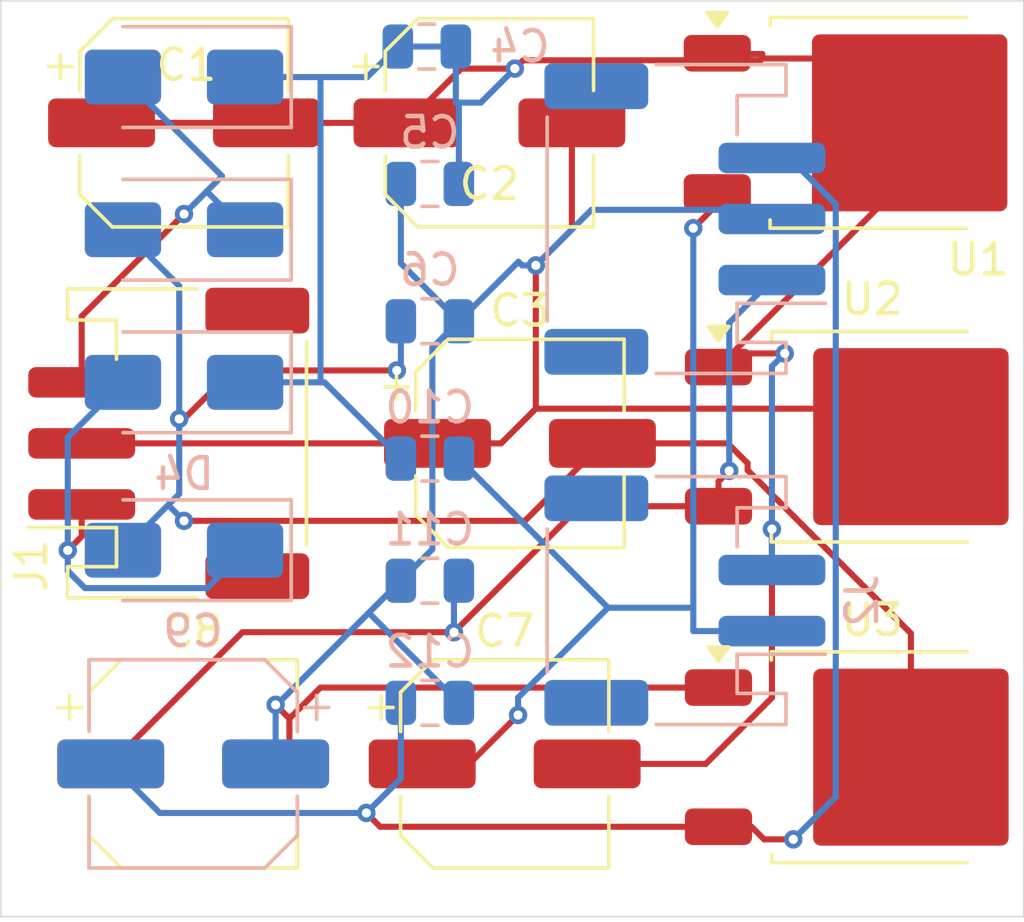
<source format=kicad_pcb>
(kicad_pcb (version 20241229) (generator "pcbnew") (generator_version "9.0")
  (layers (0 "F.Cu" signal) (2 "B.Cu" signal) (13 "F.Paste" user) (15 "B.Paste" user) (5 "F.SilkS" user "F.Silkscreen") (7 "B.SilkS" user "B.Silkscreen") (1 "F.Mask" user) (3 "B.Mask" user) (25 "Edge.Cuts" user))
  (net 0 "")
  (net 1 "Net-(D1-K)")
  (net 2 "Net-(J1-Pin_2)")
  (net 3 "Net-(D2-A)")
  (net 4 "Net-(J2-Pin_1)")
  (net 5 "Net-(J3-Pin_1)")
  (net 6 "Net-(J3-Pin_3)")
  (net 7 "Net-(D1-A)")
  (net 8 "Net-(D3-A)")
  (footprint "Package_TO_SOT_SMD:TO-252-2" (layer "F.Cu") (at 41 16.5)
    (property "Reference" "U1" (at 3.5 4.475 0) (layer "F.SilkS"))
    (property "Value" "L7805")
    (fp_line (start -3.31 -3.45) (end -3.31 -3.18) (stroke (width 0.12)) (layer "F.SilkS"))
    (fp_line (start -3.31 3.45) (end -3.31 3.18) (stroke (width 0.12)) (layer "F.SilkS"))
    (fp_line (start 3.11 -3.45) (end -3.31 -3.45) (stroke (width 0.12)) (layer "F.SilkS"))
    (fp_line (start 3.11 3.45) (end -3.31 3.45) (stroke (width 0.12)) (layer "F.SilkS"))
    (fp_poly (pts (xy -5.04 -3.14) (xy -5.38 -3.61) (xy -4.7 -3.61)) (stroke (width 0.12)) (fill yes) (layer "F.SilkS"))
    (pad "1" smd roundrect (at -5.04 -2.28) (size 2.2 1.2) (layers "F.Cu" "F.Mask" "F.Paste") (roundrect_rratio 0.208333) (net 1 "Net-(D1-K)"))
    (pad "2" smd roundrect (at 1.26 0) (size 6.4 5.8) (layers "F.Cu" "F.Mask") (roundrect_rratio 0.043103) (net 1 "Net-(D1-K)"))
    (pad "3" smd roundrect (at -5.04 2.28) (size 2.2 1.2) (layers "F.Cu" "F.Mask" "F.Paste") (roundrect_rratio 0.208333) (net 4 "Net-(J2-Pin_1)"))
  )
  (footprint "Package_TO_SOT_SMD:TO-252-2" (layer "F.Cu") (at 41.04 26.78)
    (property "Reference" "U2" (at 0 -4.5 0) (layer "F.SilkS"))
    (property "Value" "L7812")
    (fp_line (start -3.31 -3.45) (end -3.31 -3.18) (stroke (width 0.12)) (layer "F.SilkS"))
    (fp_line (start -3.31 3.45) (end -3.31 3.18) (stroke (width 0.12)) (layer "F.SilkS"))
    (fp_line (start 3.11 -3.45) (end -3.31 -3.45) (stroke (width 0.12)) (layer "F.SilkS"))
    (fp_line (start 3.11 3.45) (end -3.31 3.45) (stroke (width 0.12)) (layer "F.SilkS"))
    (fp_poly (pts (xy -5.04 -3.14) (xy -5.38 -3.61) (xy -4.7 -3.61)) (stroke (width 0.12)) (fill yes) (layer "F.SilkS"))
    (pad "1" smd roundrect (at -5.04 -2.28) (size 2.2 1.2) (layers "F.Cu" "F.Mask" "F.Paste") (roundrect_rratio 0.208333) (net 1 "Net-(D1-K)"))
    (pad "2" smd roundrect (at 1.26 0) (size 6.4 5.8) (layers "F.Cu" "F.Mask") (roundrect_rratio 0.043103) (net 2 "Net-(J1-Pin_2)"))
    (pad "3" smd roundrect (at -5.04 2.28) (size 2.2 1.2) (layers "F.Cu" "F.Mask" "F.Paste") (roundrect_rratio 0.208333) (net 5 "Net-(J3-Pin_1)"))
  )
  (footprint "Capacitor_SMD:CP_Elec_6.3x5.8" (layer "F.Cu") (at 18.5 16.5)
    (property "Reference" "C1" (at 0.07413 -1.89903 0) (layer "F.SilkS"))
    (property "Value" "C_Polarized")
    (fp_line (start -4.4375 -1.8475) (end -3.65 -1.8475) (stroke (width 0.12)) (layer "F.SilkS"))
    (fp_line (start -4.04375 -2.24125) (end -4.04375 -1.45375) (stroke (width 0.12)) (layer "F.SilkS"))
    (fp_line (start -3.41 -2.345563) (end -3.41 -1.06) (stroke (width 0.12)) (layer "F.SilkS"))
    (fp_line (start -3.41 -2.345563) (end -2.345563 -3.41) (stroke (width 0.12)) (layer "F.SilkS"))
    (fp_line (start -3.41 2.345563) (end -3.41 1.06) (stroke (width 0.12)) (layer "F.SilkS"))
    (fp_line (start -3.41 2.345563) (end -2.345563 3.41) (stroke (width 0.12)) (layer "F.SilkS"))
    (fp_line (start -2.345563 -3.41) (end 3.41 -3.41) (stroke (width 0.12)) (layer "F.SilkS"))
    (fp_line (start -2.345563 3.41) (end 3.41 3.41) (stroke (width 0.12)) (layer "F.SilkS"))
    (fp_line (start 3.41 -3.41) (end 3.41 -1.06) (stroke (width 0.12)) (layer "F.SilkS"))
    (fp_line (start 3.41 3.41) (end 3.41 1.06) (stroke (width 0.12)) (layer "F.SilkS"))
    (pad "1" smd roundrect (at -2.7 0) (size 3.5 1.6) (layers "F.Cu" "F.Mask" "F.Paste") (roundrect_rratio 0.15625) (net 1 "Net-(D1-K)"))
    (pad "2" smd roundrect (at 2.7 0) (size 3.5 1.6) (layers "F.Cu" "F.Mask" "F.Paste") (roundrect_rratio 0.15625) (net 1 "Net-(D1-K)"))
  )
  (footprint "Capacitor_SMD:CP_Elec_6.3x5.8" (layer "F.Cu") (at 29.5 27)
    (property "Reference" "C3" (at 0 -4.35 0) (layer "F.SilkS"))
    (property "Value" "C_Polarized")
    (fp_line (start -4.4375 -1.8475) (end -3.65 -1.8475) (stroke (width 0.12)) (layer "F.SilkS"))
    (fp_line (start -4.04375 -2.24125) (end -4.04375 -1.45375) (stroke (width 0.12)) (layer "F.SilkS"))
    (fp_line (start -3.41 -2.345563) (end -3.41 -1.06) (stroke (width 0.12)) (layer "F.SilkS"))
    (fp_line (start -3.41 -2.345563) (end -2.345563 -3.41) (stroke (width 0.12)) (layer "F.SilkS"))
    (fp_line (start -3.41 2.345563) (end -3.41 1.06) (stroke (width 0.12)) (layer "F.SilkS"))
    (fp_line (start -3.41 2.345563) (end -2.345563 3.41) (stroke (width 0.12)) (layer "F.SilkS"))
    (fp_line (start -2.345563 -3.41) (end 3.41 -3.41) (stroke (width 0.12)) (layer "F.SilkS"))
    (fp_line (start -2.345563 3.41) (end 3.41 3.41) (stroke (width 0.12)) (layer "F.SilkS"))
    (fp_line (start 3.41 -3.41) (end 3.41 -1.06) (stroke (width 0.12)) (layer "F.SilkS"))
    (fp_line (start 3.41 3.41) (end 3.41 1.06) (stroke (width 0.12)) (layer "F.SilkS"))
    (pad "1" smd roundrect (at -2.7 0) (size 3.5 1.6) (layers "F.Cu" "F.Mask" "F.Paste") (roundrect_rratio 0.15625) (net 2 "Net-(J1-Pin_2)"))
    (pad "2" smd roundrect (at 2.7 0) (size 3.5 1.6) (layers "F.Cu" "F.Mask" "F.Paste") (roundrect_rratio 0.15625) (net 3 "Net-(D2-A)"))
  )
  (footprint "Capacitor_SMD:CP_Elec_6.3x5.8" (layer "F.Cu") (at 18.8 37.5)
    (property "Reference" "C8" (at 0 -4.35 0) (layer "F.SilkS"))
    (property "Value" "C_Polarized")
    (fp_line (start -4.4375 -1.8475) (end -3.65 -1.8475) (stroke (width 0.12)) (layer "F.SilkS"))
    (fp_line (start -4.04375 -2.24125) (end -4.04375 -1.45375) (stroke (width 0.12)) (layer "F.SilkS"))
    (fp_line (start -3.41 -2.345563) (end -3.41 -1.06) (stroke (width 0.12)) (layer "F.SilkS"))
    (fp_line (start -3.41 -2.345563) (end -2.345563 -3.41) (stroke (width 0.12)) (layer "F.SilkS"))
    (fp_line (start -3.41 2.345563) (end -3.41 1.06) (stroke (width 0.12)) (layer "F.SilkS"))
    (fp_line (start -3.41 2.345563) (end -2.345563 3.41) (stroke (width 0.12)) (layer "F.SilkS"))
    (fp_line (start -2.345563 -3.41) (end 3.41 -3.41) (stroke (width 0.12)) (layer "F.SilkS"))
    (fp_line (start -2.345563 3.41) (end 3.41 3.41) (stroke (width 0.12)) (layer "F.SilkS"))
    (fp_line (start 3.41 -3.41) (end 3.41 -1.06) (stroke (width 0.12)) (layer "F.SilkS"))
    (fp_line (start 3.41 3.41) (end 3.41 1.06) (stroke (width 0.12)) (layer "F.SilkS"))
    (pad "1" smd roundrect (at -2.7 0) (size 3.5 1.6) (layers "F.Cu" "F.Mask" "F.Paste") (roundrect_rratio 0.15625) (net 5 "Net-(J3-Pin_1)"))
    (pad "2" smd roundrect (at 2.7 0) (size 3.5 1.6) (layers "F.Cu" "F.Mask" "F.Paste") (roundrect_rratio 0.15625) (net 2 "Net-(J1-Pin_2)"))
  )
  (footprint "Package_TO_SOT_SMD:TO-252-2" (layer "F.Cu") (at 41.04 37.28)
    (property "Reference" "U3" (at 0 -4.5 0) (layer "F.SilkS"))
    (property "Value" "L7912")
    (fp_line (start -3.31 -3.45) (end -3.31 -3.18) (stroke (width 0.12)) (layer "F.SilkS"))
    (fp_line (start -3.31 3.45) (end -3.31 3.18) (stroke (width 0.12)) (layer "F.SilkS"))
    (fp_line (start 3.11 -3.45) (end -3.31 -3.45) (stroke (width 0.12)) (layer "F.SilkS"))
    (fp_line (start 3.11 3.45) (end -3.31 3.45) (stroke (width 0.12)) (layer "F.SilkS"))
    (fp_poly (pts (xy -5.04 -3.14) (xy -5.38 -3.61) (xy -4.7 -3.61)) (stroke (width 0.12)) (fill yes) (layer "F.SilkS"))
    (pad "1" smd roundrect (at -5.04 -2.28) (size 2.2 1.2) (layers "F.Cu" "F.Mask" "F.Paste") (roundrect_rratio 0.208333) (net 2 "Net-(J1-Pin_2)"))
    (pad "2" smd roundrect (at 1.26 0) (size 6.4 5.8) (layers "F.Cu" "F.Mask") (roundrect_rratio 0.043103) (net 3 "Net-(D2-A)"))
    (pad "3" smd roundrect (at -5.04 2.28) (size 2.2 1.2) (layers "F.Cu" "F.Mask" "F.Paste") (roundrect_rratio 0.208333) (net 6 "Net-(J3-Pin_3)"))
  )
  (footprint "Capacitor_SMD:CP_Elec_6.3x5.8" (layer "F.Cu") (at 29 37.5)
    (property "Reference" "C7" (at 0 -4.35 0) (layer "F.SilkS"))
    (property "Value" "C_Polarized")
    (fp_line (start -4.4375 -1.8475) (end -3.65 -1.8475) (stroke (width 0.12)) (layer "F.SilkS"))
    (fp_line (start -4.04375 -2.24125) (end -4.04375 -1.45375) (stroke (width 0.12)) (layer "F.SilkS"))
    (fp_line (start -3.41 -2.345563) (end -3.41 -1.06) (stroke (width 0.12)) (layer "F.SilkS"))
    (fp_line (start -3.41 -2.345563) (end -2.345563 -3.41) (stroke (width 0.12)) (layer "F.SilkS"))
    (fp_line (start -3.41 2.345563) (end -3.41 1.06) (stroke (width 0.12)) (layer "F.SilkS"))
    (fp_line (start -3.41 2.345563) (end -2.345563 3.41) (stroke (width 0.12)) (layer "F.SilkS"))
    (fp_line (start -2.345563 -3.41) (end 3.41 -3.41) (stroke (width 0.12)) (layer "F.SilkS"))
    (fp_line (start -2.345563 3.41) (end 3.41 3.41) (stroke (width 0.12)) (layer "F.SilkS"))
    (fp_line (start 3.41 -3.41) (end 3.41 -1.06) (stroke (width 0.12)) (layer "F.SilkS"))
    (fp_line (start 3.41 3.41) (end 3.41 1.06) (stroke (width 0.12)) (layer "F.SilkS"))
    (pad "1" smd roundrect (at -2.7 0) (size 3.5 1.6) (layers "F.Cu" "F.Mask" "F.Paste") (roundrect_rratio 0.15625) (net 4 "Net-(J2-Pin_1)"))
    (pad "2" smd roundrect (at 2.7 0) (size 3.5 1.6) (layers "F.Cu" "F.Mask" "F.Paste") (roundrect_rratio 0.15625) (net 1 "Net-(D1-K)"))
  )
  (footprint "Capacitor_SMD:CP_Elec_6.3x5.8" (layer "F.Cu") (at 28.5 16.5)
    (property "Reference" "C2" (at 0 2 0) (layer "F.SilkS"))
    (property "Value" "C_Polarized")
    (fp_line (start -4.4375 -1.8475) (end -3.65 -1.8475) (stroke (width 0.12)) (layer "F.SilkS"))
    (fp_line (start -4.04375 -2.24125) (end -4.04375 -1.45375) (stroke (width 0.12)) (layer "F.SilkS"))
    (fp_line (start -3.41 -2.345563) (end -3.41 -1.06) (stroke (width 0.12)) (layer "F.SilkS"))
    (fp_line (start -3.41 -2.345563) (end -2.345563 -3.41) (stroke (width 0.12)) (layer "F.SilkS"))
    (fp_line (start -3.41 2.345563) (end -3.41 1.06) (stroke (width 0.12)) (layer "F.SilkS"))
    (fp_line (start -3.41 2.345563) (end -2.345563 3.41) (stroke (width 0.12)) (layer "F.SilkS"))
    (fp_line (start -2.345563 -3.41) (end 3.41 -3.41) (stroke (width 0.12)) (layer "F.SilkS"))
    (fp_line (start -2.345563 3.41) (end 3.41 3.41) (stroke (width 0.12)) (layer "F.SilkS"))
    (fp_line (start 3.41 -3.41) (end 3.41 -1.06) (stroke (width 0.12)) (layer "F.SilkS"))
    (fp_line (start 3.41 3.41) (end 3.41 1.06) (stroke (width 0.12)) (layer "F.SilkS"))
    (pad "1" smd roundrect (at -2.7 0) (size 3.5 1.6) (layers "F.Cu" "F.Mask" "F.Paste") (roundrect_rratio 0.15625) (net 1 "Net-(D1-K)"))
    (pad "2" smd roundrect (at 2.7 0) (size 3.5 1.6) (layers "F.Cu" "F.Mask" "F.Paste") (roundrect_rratio 0.15625) (net 2 "Net-(J1-Pin_2)"))
  )
  (footprint "Connector_JST:JST_PH_S3B-PH-SM4-TB_1x03-1MP_P2.00mm_Horizontal" (layer "F.Cu") (at 18 27 90)
    (property "Reference" "J1" (at -4 -4.5 90) (layer "F.SilkS"))
    (property "Value" "Conn_01x03")
    (fp_line (start 5.06 -3.31) (end 4.04 -3.31) (stroke (width 0.12)) (layer "F.SilkS"))
    (fp_line (start 4.04 -3.31) (end 4.04 -1.71) (stroke (width 0.12)) (layer "F.SilkS"))
    (fp_line (start -4.04 -3.31) (end -4.04 -1.71) (stroke (width 0.12)) (layer "F.SilkS"))
    (fp_line (start -5.06 -3.31) (end -4.04 -3.31) (stroke (width 0.12)) (layer "F.SilkS"))
    (fp_line (start 4.04 -1.71) (end 2.76 -1.71) (stroke (width 0.12)) (layer "F.SilkS"))
    (fp_line (start -2.76 -1.71) (end -2.76 -4.6) (stroke (width 0.12)) (layer "F.SilkS"))
    (fp_line (start -4.04 -1.71) (end -2.76 -1.71) (stroke (width 0.12)) (layer "F.SilkS"))
    (fp_line (start 5.06 0.94) (end 5.06 -3.31) (stroke (width 0.12)) (layer "F.SilkS"))
    (fp_line (start -5.06 0.94) (end -5.06 -3.31) (stroke (width 0.12)) (layer "F.SilkS"))
    (fp_line (start -3.34 4.51) (end 3.34 4.51) (stroke (width 0.12)) (layer "F.SilkS"))
    (pad "1" smd roundrect (at -2 -2.85 90) (size 1 3.5) (layers "F.Cu" "F.Mask" "F.Paste") (net 8 "Net-(D3-A)"))
    (pad "2" smd roundrect (at 0 -2.85 90) (size 1 3.5) (layers "F.Cu" "F.Mask" "F.Paste") (net 2 "Net-(J1-Pin_2)"))
    (pad "3" smd roundrect (at 2 -2.85 90) (size 1 3.5) (layers "F.Cu" "F.Mask" "F.Paste") (net 7 "Net-(D1-A)"))
    (pad "MP" smd roundrect (at -4.35 2.9 90) (size 1.5 3.4) (layers "F.Cu" "F.Mask" "F.Paste") (roundrect_rratio 0.166667))
    (pad "MP" smd roundrect (at 4.35 2.9 90) (size 1.5 3.4) (layers "F.Cu" "F.Mask" "F.Paste") (roundrect_rratio 0.166667))
  )
  (footprint "Capacitor_SMD:C_0805_2012Metric" (layer "B.Cu") (at 26.55 35.5 180)
    (property "Reference" "C12" (at 0 1.68 0) (layer "B.SilkS") (effects (justify mirror)))
    (property "Value" "C")
    (fp_line (start -0.261252 0.735) (end 0.261252 0.735) (stroke (width 0.12)) (layer "B.SilkS"))
    (fp_line (start -0.261252 -0.735) (end 0.261252 -0.735) (stroke (width 0.12)) (layer "B.SilkS"))
    (pad "1" smd roundrect (at -0.95 0 180) (size 1 1.45) (layers "B.Cu" "B.Mask" "B.Paste") (net 2 "Net-(J1-Pin_2)"))
    (pad "2" smd roundrect (at 0.95 0 180) (size 1 1.45) (layers "B.Cu" "B.Mask" "B.Paste") (net 6 "Net-(J3-Pin_3)"))
  )
  (footprint "Connector_JST:JST_PH_S2B-PH-SM4-TB_1x02-1MP_P2.00mm_Horizontal" (layer "B.Cu") (at 34.9 32.15 90)
    (property "Reference" "J2" (at 0 5.8 90) (layer "B.SilkS") (effects (justify mirror)))
    (property "Value" "Conn_01x02")
    (fp_line (start -2.34 -4.51) (end 2.34 -4.51) (stroke (width 0.12)) (layer "B.SilkS"))
    (fp_line (start 4.06 -0.94) (end 4.06 3.31) (stroke (width 0.12)) (layer "B.SilkS"))
    (fp_line (start -4.06 -0.94) (end -4.06 3.31) (stroke (width 0.12)) (layer "B.SilkS"))
    (fp_line (start 3.04 1.71) (end 1.76 1.71) (stroke (width 0.12)) (layer "B.SilkS"))
    (fp_line (start -1.76 1.71) (end -1.76 4.6) (stroke (width 0.12)) (layer "B.SilkS"))
    (fp_line (start -3.04 1.71) (end -1.76 1.71) (stroke (width 0.12)) (layer "B.SilkS"))
    (fp_line (start 4.06 3.31) (end 3.04 3.31) (stroke (width 0.12)) (layer "B.SilkS"))
    (fp_line (start 3.04 3.31) (end 3.04 1.71) (stroke (width 0.12)) (layer "B.SilkS"))
    (fp_line (start -3.04 3.31) (end -3.04 1.71) (stroke (width 0.12)) (layer "B.SilkS"))
    (fp_line (start -4.06 3.31) (end -3.04 3.31) (stroke (width 0.12)) (layer "B.SilkS"))
    (pad "1" smd roundrect (at -1 2.85 90) (size 1 3.5) (layers "B.Cu" "B.Mask" "B.Paste") (net 4 "Net-(J2-Pin_1)"))
    (pad "2" smd roundrect (at 1 2.85 90) (size 1 3.5) (layers "B.Cu" "B.Mask" "B.Paste") (net 1 "Net-(D1-K)"))
    (pad "MP" smd roundrect (at -3.35 -2.9 90) (size 1.5 3.4) (layers "B.Cu" "B.Mask" "B.Paste") (roundrect_rratio 0.166667))
    (pad "MP" smd roundrect (at 3.35 -2.9 90) (size 1.5 3.4) (layers "B.Cu" "B.Mask" "B.Paste") (roundrect_rratio 0.166667))
  )
  (footprint "Diode_SMD:D_SMA" (layer "B.Cu") (at 18.5 30.5 180)
    (property "Reference" "D4" (at 0 2.5 0) (layer "B.SilkS") (effects (justify mirror)))
    (property "Value" "1N4007")
    (fp_line (start -3.51 1.65) (end 2 1.65) (stroke (width 0.12)) (layer "B.SilkS"))
    (fp_line (start -3.51 1.65) (end -3.51 -1.65) (stroke (width 0.12)) (layer "B.SilkS"))
    (fp_line (start -3.51 -1.65) (end 2 -1.65) (stroke (width 0.12)) (layer "B.SilkS"))
    (pad "1" smd roundrect (at -2 0 180) (size 2.5 1.8) (layers "B.Cu" "B.Mask" "B.Paste") (roundrect_rratio 0.1388888889) (net 8 "Net-(D3-A)"))
    (pad "2" smd roundrect (at 2 0 180) (size 2.5 1.8) (layers "B.Cu" "B.Mask" "B.Paste") (roundrect_rratio 0.1388888889) (net 3 "Net-(D2-A)"))
  )
  (footprint "Capacitor_SMD:C_0805_2012Metric" (layer "B.Cu") (at 26.55 23 180)
    (property "Reference" "C6" (at 0 1.68 0) (layer "B.SilkS") (effects (justify mirror)))
    (property "Value" "C")
    (fp_line (start -0.261252 0.735) (end 0.261252 0.735) (stroke (width 0.12)) (layer "B.SilkS"))
    (fp_line (start -0.261252 -0.735) (end 0.261252 -0.735) (stroke (width 0.12)) (layer "B.SilkS"))
    (pad "1" smd roundrect (at -0.95 0 180) (size 1 1.45) (layers "B.Cu" "B.Mask" "B.Paste") (net 2 "Net-(J1-Pin_2)"))
    (pad "2" smd roundrect (at 0.95 0 180) (size 1 1.45) (layers "B.Cu" "B.Mask" "B.Paste") (net 3 "Net-(D2-A)"))
  )
  (footprint "Capacitor_SMD:CP_Elec_6.3x5.8" (layer "B.Cu") (at 18.8 37.5 180)
    (property "Reference" "C9" (at 0 4.35 0) (layer "B.SilkS") (effects (justify mirror)))
    (property "Value" "C_Polarized")
    (fp_line (start 3.41 3.41) (end 3.41 1.06) (stroke (width 0.12)) (layer "B.SilkS"))
    (fp_line (start 3.41 -3.41) (end 3.41 -1.06) (stroke (width 0.12)) (layer "B.SilkS"))
    (fp_line (start -2.345563 3.41) (end 3.41 3.41) (stroke (width 0.12)) (layer "B.SilkS"))
    (fp_line (start -2.345563 -3.41) (end 3.41 -3.41) (stroke (width 0.12)) (layer "B.SilkS"))
    (fp_line (start -3.41 2.345563) (end -2.345563 3.41) (stroke (width 0.12)) (layer "B.SilkS"))
    (fp_line (start -3.41 2.345563) (end -3.41 1.06) (stroke (width 0.12)) (layer "B.SilkS"))
    (fp_line (start -3.41 -2.345563) (end -2.345563 -3.41) (stroke (width 0.12)) (layer "B.SilkS"))
    (fp_line (start -3.41 -2.345563) (end -3.41 -1.06) (stroke (width 0.12)) (layer "B.SilkS"))
    (fp_line (start -4.04375 2.24125) (end -4.04375 1.45375) (stroke (width 0.12)) (layer "B.SilkS"))
    (fp_line (start -4.4375 1.8475) (end -3.65 1.8475) (stroke (width 0.12)) (layer "B.SilkS"))
    (pad "1" smd roundrect (at -2.7 0 180) (size 3.5 1.6) (layers "B.Cu" "B.Mask" "B.Paste") (roundrect_rratio 0.15625) (net 2 "Net-(J1-Pin_2)"))
    (pad "2" smd roundrect (at 2.7 0 180) (size 3.5 1.6) (layers "B.Cu" "B.Mask" "B.Paste") (roundrect_rratio 0.15625) (net 6 "Net-(J3-Pin_3)"))
  )
  (footprint "Capacitor_SMD:C_0805_2012Metric" (layer "B.Cu") (at 26.55 27.5 180)
    (property "Reference" "C10" (at 0 1.68 0) (layer "B.SilkS") (effects (justify mirror)))
    (property "Value" "C")
    (fp_line (start -0.261252 0.735) (end 0.261252 0.735) (stroke (width 0.12)) (layer "B.SilkS"))
    (fp_line (start -0.261252 -0.735) (end 0.261252 -0.735) (stroke (width 0.12)) (layer "B.SilkS"))
    (pad "1" smd roundrect (at -0.95 0 180) (size 1 1.45) (layers "B.Cu" "B.Mask" "B.Paste") (net 4 "Net-(J2-Pin_1)"))
    (pad "2" smd roundrect (at 0.95 0 180) (size 1 1.45) (layers "B.Cu" "B.Mask" "B.Paste") (net 1 "Net-(D1-K)"))
  )
  (footprint "Capacitor_SMD:C_0805_2012Metric" (layer "B.Cu") (at 26.55 31.5 180)
    (property "Reference" "C11" (at 0 1.68 0) (layer "B.SilkS") (effects (justify mirror)))
    (property "Value" "C")
    (fp_line (start -0.261252 0.735) (end 0.261252 0.735) (stroke (width 0.12)) (layer "B.SilkS"))
    (fp_line (start -0.261252 -0.735) (end 0.261252 -0.735) (stroke (width 0.12)) (layer "B.SilkS"))
    (pad "1" smd roundrect (at -0.95 0 180) (size 1 1.45) (layers "B.Cu" "B.Mask" "B.Paste") (net 5 "Net-(J3-Pin_1)"))
    (pad "2" smd roundrect (at 0.95 0 180) (size 1 1.45) (layers "B.Cu" "B.Mask" "B.Paste") (net 2 "Net-(J1-Pin_2)"))
  )
  (footprint "Capacitor_SMD:C_0805_2012Metric" (layer "B.Cu") (at 26.55 18.5 180)
    (property "Reference" "C5" (at 0 1.68 0) (layer "B.SilkS") (effects (justify mirror)))
    (property "Value" "C")
    (fp_line (start -0.261252 0.735) (end 0.261252 0.735) (stroke (width 0.12)) (layer "B.SilkS"))
    (fp_line (start -0.261252 -0.735) (end 0.261252 -0.735) (stroke (width 0.12)) (layer "B.SilkS"))
    (pad "1" smd roundrect (at -0.95 0 180) (size 1 1.45) (layers "B.Cu" "B.Mask" "B.Paste") (net 1 "Net-(D1-K)"))
    (pad "2" smd roundrect (at 0.95 0 180) (size 1 1.45) (layers "B.Cu" "B.Mask" "B.Paste") (net 2 "Net-(J1-Pin_2)"))
  )
  (footprint "Capacitor_SMD:C_0805_2012Metric" (layer "B.Cu") (at 26.45 14 180)
    (property "Reference" "C4" (at -3.05 0 0) (layer "B.SilkS") (effects (justify mirror)))
    (property "Value" "C")
    (fp_line (start -0.261252 0.735) (end 0.261252 0.735) (stroke (width 0.12)) (layer "B.SilkS"))
    (fp_line (start -0.261252 -0.735) (end 0.261252 -0.735) (stroke (width 0.12)) (layer "B.SilkS"))
    (pad "1" smd roundrect (at -0.95 0 180) (size 1 1.45) (layers "B.Cu" "B.Mask" "B.Paste") (net 1 "Net-(D1-K)"))
    (pad "2" smd roundrect (at 0.95 0 180) (size 1 1.45) (layers "B.Cu" "B.Mask" "B.Paste") (net 1 "Net-(D1-K)"))
  )
  (footprint "Diode_SMD:D_SMA" (layer "B.Cu") (at 18.5 25 180)
    (property "Reference" "D3" (hide yes))
    (property "Value" "1N4007")
    (fp_line (start -3.51 1.65) (end 2 1.65) (stroke (width 0.12)) (layer "B.SilkS"))
    (fp_line (start -3.51 1.65) (end -3.51 -1.65) (stroke (width 0.12)) (layer "B.SilkS"))
    (fp_line (start -3.51 -1.65) (end 2 -1.65) (stroke (width 0.12)) (layer "B.SilkS"))
    (pad "1" smd roundrect (at -2 0 180) (size 2.5 1.8) (layers "B.Cu" "B.Mask" "B.Paste") (roundrect_rratio 0.1388888889) (net 1 "Net-(D1-K)"))
    (pad "2" smd roundrect (at 2 0 180) (size 2.5 1.8) (layers "B.Cu" "B.Mask" "B.Paste") (roundrect_rratio 0.1388888889) (net 8 "Net-(D3-A)"))
  )
  (footprint "Diode_SMD:D_SMA" (layer "B.Cu") (at 18.5 15 180)
    (property "Reference" "D1" (hide yes))
    (property "Value" "1N4007")
    (fp_line (start -3.51 1.65) (end 2 1.65) (stroke (width 0.12)) (layer "B.SilkS"))
    (fp_line (start -3.51 1.65) (end -3.51 -1.65) (stroke (width 0.12)) (layer "B.SilkS"))
    (fp_line (start -3.51 -1.65) (end 2 -1.65) (stroke (width 0.12)) (layer "B.SilkS"))
    (pad "1" smd roundrect (at -2 0 180) (size 2.5 1.8) (layers "B.Cu" "B.Mask" "B.Paste") (roundrect_rratio 0.1388888889) (net 1 "Net-(D1-K)"))
    (pad "2" smd roundrect (at 2 0 180) (size 2.5 1.8) (layers "B.Cu" "B.Mask" "B.Paste") (roundrect_rratio 0.1388888889) (net 7 "Net-(D1-A)"))
  )
  (footprint "Diode_SMD:D_SMA" (layer "B.Cu") (at 18.5 20 180)
    (property "Reference" "D2" (hide yes))
    (property "Value" "1N4007")
    (fp_line (start -3.51 1.65) (end 2 1.65) (stroke (width 0.12)) (layer "B.SilkS"))
    (fp_line (start -3.51 1.65) (end -3.51 -1.65) (stroke (width 0.12)) (layer "B.SilkS"))
    (fp_line (start -3.51 -1.65) (end 2 -1.65) (stroke (width 0.12)) (layer "B.SilkS"))
    (pad "1" smd roundrect (at -2 0 180) (size 2.5 1.8) (layers "B.Cu" "B.Mask" "B.Paste") (roundrect_rratio 0.1388888889) (net 7 "Net-(D1-A)"))
    (pad "2" smd roundrect (at 2 0 180) (size 2.5 1.8) (layers "B.Cu" "B.Mask" "B.Paste") (roundrect_rratio 0.1388888889) (net 3 "Net-(D2-A)"))
  )
  (footprint "Connector_JST:JST_PH_S3B-PH-SM4-TB_1x03-1MP_P2.00mm_Horizontal" (layer "B.Cu") (at 34.9 19.65 90)
    (property "Reference" "J3" (hide yes))
    (property "Value" "Conn_01x03")
    (fp_line (start -3.34 -4.51) (end 3.34 -4.51) (stroke (width 0.12)) (layer "B.SilkS"))
    (fp_line (start 5.06 -0.94) (end 5.06 3.31) (stroke (width 0.12)) (layer "B.SilkS"))
    (fp_line (start -5.06 -0.94) (end -5.06 3.31) (stroke (width 0.12)) (layer "B.SilkS"))
    (fp_line (start 4.04 1.71) (end 2.76 1.71) (stroke (width 0.12)) (layer "B.SilkS"))
    (fp_line (start -2.76 1.71) (end -2.76 4.6) (stroke (width 0.12)) (layer "B.SilkS"))
    (fp_line (start -4.04 1.71) (end -2.76 1.71) (stroke (width 0.12)) (layer "B.SilkS"))
    (fp_line (start 5.06 3.31) (end 4.04 3.31) (stroke (width 0.12)) (layer "B.SilkS"))
    (fp_line (start 4.04 3.31) (end 4.04 1.71) (stroke (width 0.12)) (layer "B.SilkS"))
    (fp_line (start -4.04 3.31) (end -4.04 1.71) (stroke (width 0.12)) (layer "B.SilkS"))
    (fp_line (start -5.06 3.31) (end -4.04 3.31) (stroke (width 0.12)) (layer "B.SilkS"))
    (pad "1" smd roundrect (at -2 2.85 90) (size 1 3.5) (layers "B.Cu" "B.Mask" "B.Paste") (net 5 "Net-(J3-Pin_1)"))
    (pad "2" smd roundrect (at 0 2.85 90) (size 1 3.5) (layers "B.Cu" "B.Mask" "B.Paste") (net 2 "Net-(J1-Pin_2)"))
    (pad "3" smd roundrect (at 2 2.85 90) (size 1 3.5) (layers "B.Cu" "B.Mask" "B.Paste") (net 6 "Net-(J3-Pin_3)"))
    (pad "MP" smd roundrect (at -4.35 -2.9 90) (size 1.5 3.4) (layers "B.Cu" "B.Mask" "B.Paste") (roundrect_rratio 0.166667))
    (pad "MP" smd roundrect (at 4.35 -2.9 90) (size 1.5 3.4) (layers "B.Cu" "B.Mask" "B.Paste") (roundrect_rratio 0.166667))
  )
  (gr_rect (start 12.5 12.5) (end 46 42.5) (stroke (width 0.05)) (fill no) (layer "Edge.Cuts"))
  (segment (start 36.4465 24.0535) (end 36 24.5) (width 0.2) (layer "F.Cu") (net 1))
  (segment (start 35.584 37.5) (end 37.75 35.334) (width 0.2) (layer "F.Cu") (net 1))
  (segment (start 31.7 37.5) (end 35.584 37.5) (width 0.2) (layer "F.Cu") (net 1))
  (segment (start 42.325 18.175) (end 42.325 16.525) (width 0.2) (layer "F.Cu") (net 1))
  (segment (start 37.435 14.245) (end 37.435 14.3918) (width 0.2) (layer "F.Cu") (net 1))
  (segment (start 37.3766 14.4502) (end 29.6047 14.4502) (width 0.2) (layer "F.Cu") (net 1))
  (segment (start 40.1918 14.3918) (end 42.325 16.525) (width 0.2) (layer "F.Cu") (net 1))
  (segment (start 38.1688 24.0535) (end 36.4465 24.0535) (width 0.2) (layer "F.Cu") (net 1))
  (segment (start 29.6047 14.4502) (end 29.3315 14.7234) (width 0.2) (layer "F.Cu") (net 1))
  (segment (start 37.435 14.3918) (end 37.3766 14.4502) (width 0.2) (layer "F.Cu") (net 1))
  (segment (start 36 24.5) (end 36.4465 24.0535) (width 0.2) (layer "F.Cu") (net 1))
  (segment (start 29.3315 14.7234) (end 27.5766 14.7234) (width 0.2) (layer "F.Cu") (net 1))
  (segment (start 37.75 35.334) (end 37.75 29.8076) (width 0.2) (layer "F.Cu") (net 1))
  (segment (start 27.5766 14.7234) (end 25.8 16.5) (width 0.2) (layer "F.Cu") (net 1))
  (segment (start 36.025 14.245) (end 37.435 14.245) (width 0.2) (layer "F.Cu") (net 1))
  (segment (start 15.8 16.5) (end 21.2 16.5) (width 0.2) (layer "F.Cu") (net 1))
  (segment (start 37.435 14.3918) (end 40.1918 14.3918) (width 0.2) (layer "F.Cu") (net 1))
  (segment (start 25.8 16.5) (end 21.2 16.5) (width 0.2) (layer "F.Cu") (net 1))
  (segment (start 36.4465 24.0535) (end 42.325 18.175) (width 0.2) (layer "F.Cu") (net 1))
  (via (at 37.75 29.8076) (size 0.6) (drill 0.3) (layers "F.Cu" "B.Cu") (net 1))
  (via (at 38.1688 24.0535) (size 0.6) (drill 0.3) (layers "F.Cu" "B.Cu") (net 1))
  (via (at 29.3315 14.7234) (size 0.6) (drill 0.3) (layers "F.Cu" "B.Cu") (net 1))
  (segment (start 22.9696 25) (end 23.1 25) (width 0.2) (layer "B.Cu") (net 1))
  (segment (start 27.4 15.837) (end 27.5 15.837) (width 0.2) (layer "B.Cu") (net 1))
  (segment (start 27.5 15.837) (end 27.5 18.5) (width 0.2) (layer "B.Cu") (net 1))
  (segment (start 25.5 14) (end 27.4 14) (width 0.2) (layer "B.Cu") (net 1))
  (segment (start 28.2179 15.837) (end 29.3315 14.7234) (width 0.2) (layer "B.Cu") (net 1))
  (segment (start 27.4 14) (end 27.4 15.837) (width 0.2) (layer "B.Cu") (net 1))
  (segment (start 37.75 31.15) (end 37.75 29.8076) (width 0.2) (layer "B.Cu") (net 1))
  (segment (start 37.75 29.8076) (end 37.75 24.4723) (width 0.2) (layer "B.Cu") (net 1))
  (segment (start 23.1 25) (end 25.6 27.5) (width 0.2) (layer "B.Cu") (net 1))
  (segment (start 22.9696 15) (end 24.5 15) (width 0.2) (layer "B.Cu") (net 1))
  (segment (start 37.75 24.4723) (end 38.1688 24.0535) (width 0.2) (layer "B.Cu") (net 1))
  (segment (start 20.5 25) (end 22.9696 25) (width 0.2) (layer "B.Cu") (net 1))
  (segment (start 24.5 15) (end 25.5 14) (width 0.2) (layer "B.Cu") (net 1))
  (segment (start 20.5 15) (end 22.9696 15) (width 0.2) (layer "B.Cu") (net 1))
  (segment (start 22.9696 15) (end 22.9696 25) (width 0.2) (layer "B.Cu") (net 1))
  (segment (start 27.5 15.837) (end 28.2179 15.837) (width 0.2) (layer "B.Cu") (net 1))
  (segment (start 30.0199 25.8624) (end 30.0199 21.1697) (width 0.2) (layer "F.Cu") (net 2))
  (segment (start 31.2 19.9896) (end 30.0199 21.1697) (width 0.2) (layer "F.Cu") (net 2))
  (segment (start 15.15 27) (end 26.8 27) (width 0.2) (layer "F.Cu") (net 2))
  (segment (start 31.2 16.5) (end 31.2 19.9896) (width 0.2) (layer "F.Cu") (net 2))
  (segment (start 28.8823 27) (end 26.8 27) (width 0.2) (layer "F.Cu") (net 2))
  (segment (start 30.0199 25.8624) (end 28.8823 27) (width 0.2) (layer "F.Cu") (net 2))
  (segment (start 41.3824 25.8624) (end 30.0199 25.8624) (width 0.2) (layer "F.Cu") (net 2))
  (segment (start 21.5 37.5) (end 21.9505 37.0495) (width 0.2) (layer "F.Cu") (net 2))
  (segment (start 36 35) (end 22.9662 35) (width 0.2) (layer "F.Cu") (net 2))
  (segment (start 22.9662 35) (end 21.9505 36.0157) (width 0.2) (layer "F.Cu") (net 2))
  (segment (start 42.3 26.78) (end 41.3824 25.8624) (width 0.2) (layer "F.Cu") (net 2))
  (segment (start 21.9505 36.0157) (end 21.5 35.5652) (width 0.2) (layer "F.Cu") (net 2))
  (segment (start 21.9505 37.0495) (end 21.9505 36.0157) (width 0.2) (layer "F.Cu") (net 2))
  (via (at 30.0199 21.1697) (size 0.6) (drill 0.3) (layers "F.Cu" "B.Cu") (net 2))
  (via (at 21.5 35.5652) (size 0.6) (drill 0.3) (layers "F.Cu" "B.Cu") (net 2))
  (segment (start 29.451 21.049) (end 27.5 23) (width 0.2) (layer "B.Cu") (net 2))
  (segment (start 30.0199 21.1697) (end 29.5717 21.1697) (width 0.2) (layer "B.Cu") (net 2))
  (segment (start 31.8408 19.3488) (end 30.0199 21.1697) (width 0.2) (layer "B.Cu") (net 2))
  (segment (start 21.5 35.5652) (end 21.5 37.5) (width 0.2) (layer "B.Cu") (net 2))
  (segment (start 21.5348 35.5652) (end 24.55 32.55) (width 0.2) (layer "B.Cu") (net 2))
  (segment (start 27.5 23) (end 25.6 21.1) (width 0.2) (layer "B.Cu") (net 2))
  (segment (start 25.6 21.1) (end 25.6 18.5) (width 0.2) (layer "B.Cu") (net 2))
  (segment (start 25.6 31.5) (end 26.6312 30.4688) (width 0.2) (layer "B.Cu") (net 2))
  (segment (start 24.55 32.55) (end 27.5 35.5) (width 0.2) (layer "B.Cu") (net 2))
  (segment (start 26.6312 23.8688) (end 27.5 23) (width 0.2) (layer "B.Cu") (net 2))
  (segment (start 37.4488 19.3488) (end 31.8408 19.3488) (width 0.2) (layer "B.Cu") (net 2))
  (segment (start 24.55 32.55) (end 25.6 31.5) (width 0.2) (layer "B.Cu") (net 2))
  (segment (start 29.5717 21.1697) (end 29.451 21.049) (width 0.2) (layer "B.Cu") (net 2))
  (segment (start 26.6312 30.4688) (end 26.6312 23.8688) (width 0.2) (layer "B.Cu") (net 2))
  (segment (start 21.5 35.5652) (end 21.5348 35.5652) (width 0.2) (layer "B.Cu") (net 2))
  (segment (start 37.75 19.65) (end 37.4488 19.3488) (width 0.2) (layer "B.Cu") (net 2))
  (segment (start 25.4675 24.6107) (end 20.087 24.6107) (width 0.2) (layer "F.Cu") (net 3))
  (segment (start 36.9532 27.8782) (end 36.9532 27.6503) (width 0.2) (layer "F.Cu") (net 3))
  (segment (start 18.5 26.1977) (end 18.3424 26.1977) (width 0.2) (layer "F.Cu") (net 3))
  (segment (start 42.3 37.28) (end 42.3 33.225) (width 0.2) (layer "F.Cu") (net 3))
  (segment (start 32.2 27) (end 29.6624 29.5376) (width 0.2) (layer "F.Cu") (net 3))
  (segment (start 36.9532 27.6503) (end 36.3029 27) (width 0.2) (layer "F.Cu") (net 3))
  (segment (start 36.3029 27) (end 32.2 27) (width 0.2) (layer "F.Cu") (net 3))
  (segment (start 42.3 33.225) (end 36.9532 27.8782) (width 0.2) (layer "F.Cu") (net 3))
  (segment (start 29.6624 29.5376) (end 18.5 29.5376) (width 0.2) (layer "F.Cu") (net 3))
  (segment (start 20.087 24.6107) (end 18.5 26.1977) (width 0.2) (layer "F.Cu") (net 3))
  (via (at 18.5 29.5376) (size 0.6) (drill 0.3) (layers "F.Cu" "B.Cu") (net 3))
  (via (at 18.3424 26.1977) (size 0.6) (drill 0.3) (layers "F.Cu" "B.Cu") (net 3))
  (via (at 25.4675 24.6107) (size 0.6) (drill 0.3) (layers "F.Cu" "B.Cu") (net 3))
  (segment (start 16.5 20) (end 18.3424 21.8424) (width 0.2) (layer "B.Cu") (net 3))
  (segment (start 25.4675 24.6107) (end 25.6 24.4782) (width 0.2) (layer "B.Cu") (net 3))
  (segment (start 18.5 29.5376) (end 17.9812 29.0188) (width 0.2) (layer "B.Cu") (net 3))
  (segment (start 18.3424 26.1977) (end 18.3424 28.6576) (width 0.2) (layer "B.Cu") (net 3))
  (segment (start 25.6 24.4782) (end 25.6 23) (width 0.2) (layer "B.Cu") (net 3))
  (segment (start 18.3424 28.6576) (end 17.9812 29.0188) (width 0.2) (layer "B.Cu") (net 3))
  (segment (start 18.3424 21.8424) (end 18.3424 26.1977) (width 0.2) (layer "B.Cu") (net 3))
  (segment (start 17.9812 29.0188) (end 16.5 30.5) (width 0.2) (layer "B.Cu") (net 3))
  (segment (start 26.3 37.5) (end 27.8372 37.5) (width 0.2) (layer "F.Cu") (net 4))
  (segment (start 35.1751 19.9505) (end 36.025 19.1006) (width 0.2) (layer "F.Cu") (net 4))
  (segment (start 27.8372 37.5) (end 29.4377 35.8995) (width 0.2) (layer "F.Cu") (net 4))
  (segment (start 36.025 19.1006) (end 36.025 18.805) (width 0.2) (layer "F.Cu") (net 4))
  (via (at 35.1751 19.9505) (size 0.6) (drill 0.3) (layers "F.Cu" "B.Cu") (net 4))
  (via (at 29.4377 35.8995) (size 0.6) (drill 0.3) (layers "F.Cu" "B.Cu") (net 4))
  (segment (start 31.8017 31.8016) (end 32.3435 32.3435) (width 0.2) (layer "B.Cu") (net 4))
  (segment (start 29.4377 35.8995) (end 29.4377 35.3307) (width 0.2) (layer "B.Cu") (net 4))
  (segment (start 37.75 33.15) (end 35.1751 33.15) (width 0.2) (layer "B.Cu") (net 4))
  (segment (start 35.1751 32.3842) (end 35.1751 19.9505) (width 0.2) (layer "B.Cu") (net 4))
  (segment (start 32.3842 32.3842) (end 35.1751 32.3842) (width 0.2) (layer "B.Cu") (net 4))
  (segment (start 32.3842 32.3841) (end 32.3842 32.3842) (width 0.2) (layer "B.Cu") (net 4))
  (segment (start 35.1751 33.15) (end 35.1751 32.3842) (width 0.2) (layer "B.Cu") (net 4))
  (segment (start 29.4377 35.3307) (end 32.3842 32.3842) (width 0.2) (layer "B.Cu") (net 4))
  (segment (start 27.5 27.5) (end 31.8017 31.8016) (width 0.2) (layer "B.Cu") (net 4))
  (segment (start 32.3435 32.3435) (end 32.3842 32.3841) (width 0.2) (layer "B.Cu") (net 4))
  (segment (start 36.3076 27.9434) (end 36.3515 27.8995) (width 0.2) (layer "F.Cu") (net 5))
  (segment (start 27.3386 33.1864) (end 31.465 29.06) (width 0.2) (layer "F.Cu") (net 5))
  (segment (start 20.4136 33.1864) (end 27.3386 33.1864) (width 0.2) (layer "F.Cu") (net 5))
  (segment (start 36 28.251) (end 36 29.06) (width 0.2) (layer "F.Cu") (net 5))
  (segment (start 36.3076 27.9434) (end 36 28.251) (width 0.2) (layer "F.Cu") (net 5))
  (segment (start 36.3515 27.8995) (end 36.3076 27.9434) (width 0.2) (layer "F.Cu") (net 5))
  (segment (start 31.465 29.06) (end 36 29.06) (width 0.2) (layer "F.Cu") (net 5))
  (segment (start 36.3515 27.8995) (end 36.3076 27.9434) (width 0.2) (layer "F.Cu") (net 5))
  (segment (start 16.1 37.5) (end 20.4136 33.1864) (width 0.2) (layer "F.Cu") (net 5))
  (via (at 27.3386 33.1864) (size 0.6) (drill 0.3) (layers "F.Cu" "B.Cu") (net 5))
  (via (at 36.3515 27.8995) (size 0.6) (drill 0.3) (layers "F.Cu" "B.Cu") (net 5))
  (segment (start 27.3386 31.6614) (end 27.3386 33.1864) (width 0.2) (layer "B.Cu") (net 5))
  (segment (start 37.75 21.65) (end 36.3515 23.0485) (width 0.2) (layer "B.Cu") (net 5))
  (segment (start 27.5 31.5) (end 27.3386 31.6614) (width 0.2) (layer "B.Cu") (net 5))
  (segment (start 36.3515 23.0485) (end 36.3515 27.8995) (width 0.2) (layer "B.Cu") (net 5))
  (segment (start 38.4499 39.9722) (end 37.4935 39.9722) (width 0.2) (layer "F.Cu") (net 6))
  (segment (start 24.4699 39.1077) (end 24.9222 39.56) (width 0.2) (layer "F.Cu") (net 6))
  (segment (start 36 39.56) (end 37.0813 39.56) (width 0.2) (layer "F.Cu") (net 6))
  (segment (start 37.4935 39.9722) (end 37.0813 39.56) (width 0.2) (layer "F.Cu") (net 6))
  (segment (start 24.9222 39.56) (end 36 39.56) (width 0.2) (layer "F.Cu") (net 6))
  (via (at 24.4699 39.1077) (size 0.6) (drill 0.3) (layers "F.Cu" "B.Cu") (net 6))
  (via (at 38.4499 39.9722) (size 0.6) (drill 0.3) (layers "F.Cu" "B.Cu") (net 6))
  (segment (start 39.8397 38.5824) (end 38.4499 39.9722) (width 0.2) (layer "B.Cu") (net 6))
  (segment (start 38.3234 17.65) (end 39.8397 19.1663) (width 0.2) (layer "B.Cu") (net 6))
  (segment (start 38.3234 17.65) (end 37.75 17.65) (width 0.2) (layer "B.Cu") (net 6))
  (segment (start 16.1 37.5) (end 17.7077 39.1077) (width 0.2) (layer "B.Cu") (net 6))
  (segment (start 25.6 37.9776) (end 25.6 35.5) (width 0.2) (layer "B.Cu") (net 6))
  (segment (start 24.4699 39.1077) (end 25.6 37.9776) (width 0.2) (layer "B.Cu") (net 6))
  (segment (start 17.7077 39.1077) (end 24.4699 39.1077) (width 0.2) (layer "B.Cu") (net 6))
  (segment (start 39.8397 19.1663) (end 39.8397 38.5824) (width 0.2) (layer "B.Cu") (net 6))
  (segment (start 18.2581 19.7288) (end 18.5 19.4869) (width 0.2) (layer "F.Cu") (net 7))
  (segment (start 15.15 22.8369) (end 18.2581 19.7288) (width 0.2) (layer "F.Cu") (net 7))
  (segment (start 15.15 25) (end 15.15 22.8369) (width 0.2) (layer "F.Cu") (net 7))
  (segment (start 18.5 19.4869) (end 18.2581 19.7288) (width 0.2) (layer "F.Cu") (net 7))
  (segment (start 18.2581 19.7288) (end 18.5 19.4869) (width 0.2) (layer "F.Cu") (net 7))
  (via (at 18.5 19.4869) (size 0.6) (drill 0.3) (layers "F.Cu" "B.Cu") (net 7))
  (segment (start 18.5 19.4869) (end 19.2435 18.7434) (width 0.2) (layer "B.Cu") (net 7))
  (segment (start 19.7435 18.2434) (end 19.2435 18.7434) (width 0.2) (layer "B.Cu") (net 7))
  (segment (start 19.2435 18.7434) (end 20.5 20) (width 0.2) (layer "B.Cu") (net 7))
  (segment (start 16.5 15) (end 19.7435 18.2434) (width 0.2) (layer "B.Cu") (net 7))
  (segment (start 14.6941 30.5045) (end 15.15 30.0486) (width 0.2) (layer "F.Cu") (net 8))
  (segment (start 15.15 30.0486) (end 15.15 29) (width 0.2) (layer "F.Cu") (net 8))
  (via (at 14.6941 30.5045) (size 0.6) (drill 0.3) (layers "F.Cu" "B.Cu") (net 8))
  (segment (start 16.5 25) (end 14.6941 26.8059) (width 0.2) (layer "B.Cu") (net 8))
  (segment (start 19.2593 31.7407) (end 20.5 30.5) (width 0.2) (layer "B.Cu") (net 8))
  (segment (start 14.6941 31.1769) (end 15.2579 31.7407) (width 0.2) (layer "B.Cu") (net 8))
  (segment (start 15.2579 31.7407) (end 19.2593 31.7407) (width 0.2) (layer "B.Cu") (net 8))
  (segment (start 14.6941 26.8059) (end 14.6941 30.5045) (width 0.2) (layer "B.Cu") (net 8))
  (segment (start 14.6941 30.5045) (end 14.6941 31.1769) (width 0.2) (layer "B.Cu") (net 8))
)
</source>
